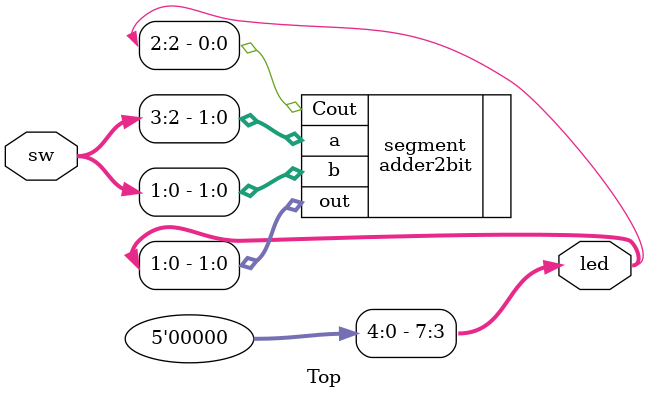
<source format=v>
module Top(
    input  [3:0]            sw,
    output [7:0]            led
);
assign led[7:3]=5'b0;
adder2bit segment(
    .a(sw[3:2]),
    .b(sw[1:0]),
    .out(led[1:0]),
    .Cout(led[2])
);
endmodule
</source>
